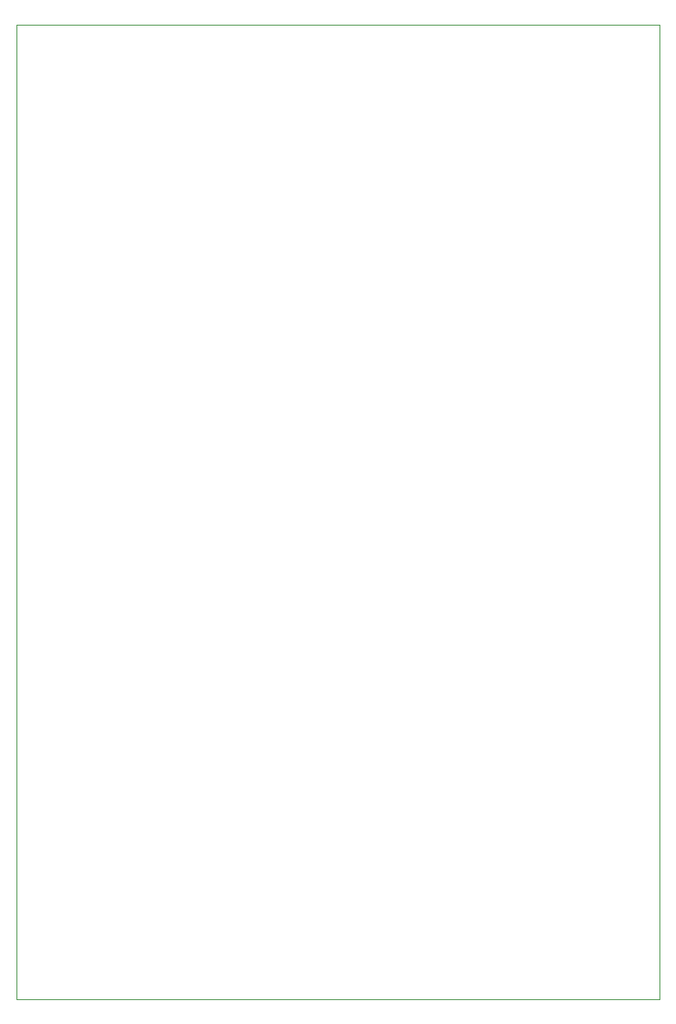
<source format=gbr>
%TF.GenerationSoftware,KiCad,Pcbnew,(6.0.8-1)-1*%
%TF.CreationDate,2023-02-02T10:16:17-05:00*%
%TF.ProjectId,protopcb,70726f74-6f70-4636-922e-6b696361645f,rev?*%
%TF.SameCoordinates,Original*%
%TF.FileFunction,Profile,NP*%
%FSLAX46Y46*%
G04 Gerber Fmt 4.6, Leading zero omitted, Abs format (unit mm)*
G04 Created by KiCad (PCBNEW (6.0.8-1)-1) date 2023-02-02 10:16:17*
%MOMM*%
%LPD*%
G01*
G04 APERTURE LIST*
%TA.AperFunction,Profile*%
%ADD10C,0.100000*%
%TD*%
G04 APERTURE END LIST*
D10*
X32000000Y-31000000D02*
X98000000Y-31000000D01*
X98000000Y-31000000D02*
X98000000Y-131000000D01*
X98000000Y-131000000D02*
X32000000Y-131000000D01*
X32000000Y-131000000D02*
X32000000Y-31000000D01*
M02*

</source>
